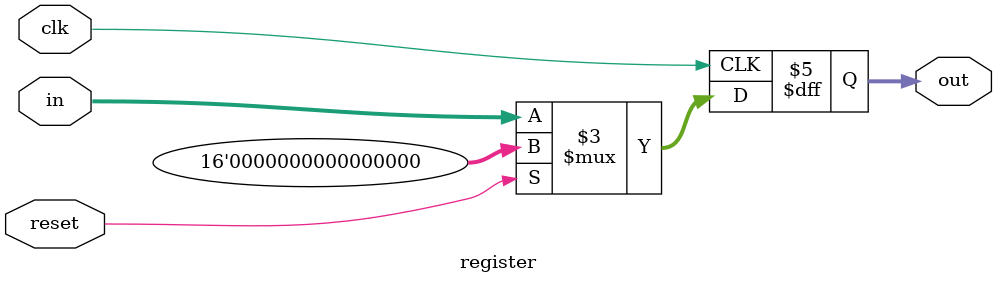
<source format=v>
module register(clk, reset, in, out);
  input clk,reset;
  input [15:0] in;
  output reg [15:0] out;
  
  always @(posedge clk)begin
    if(reset)begin
      out <= 0;
    end
  else begin
    out <= in;
  end
end
endmodule

</source>
